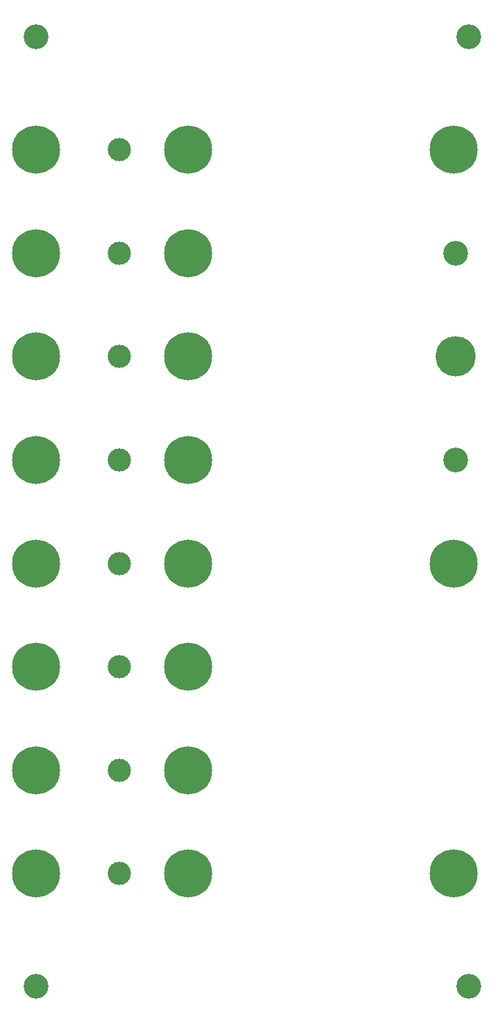
<source format=gbr>
G04 #@! TF.GenerationSoftware,KiCad,Pcbnew,(5.1.9)-1*
G04 #@! TF.CreationDate,2021-04-09T13:23:51+02:00*
G04 #@! TF.ProjectId,Baby8 Front,42616279-3820-4467-926f-6e742e6b6963,rev?*
G04 #@! TF.SameCoordinates,Original*
G04 #@! TF.FileFunction,Soldermask,Bot*
G04 #@! TF.FilePolarity,Negative*
%FSLAX46Y46*%
G04 Gerber Fmt 4.6, Leading zero omitted, Abs format (unit mm)*
G04 Created by KiCad (PCBNEW (5.1.9)-1) date 2021-04-09 13:23:51*
%MOMM*%
%LPD*%
G01*
G04 APERTURE LIST*
%ADD10C,5.200000*%
%ADD11C,3.200000*%
%ADD12C,6.200000*%
%ADD13C,3.000000*%
G04 APERTURE END LIST*
D10*
G04 #@! TO.C,REF\u002A\u002A*
X61700000Y-44255000D03*
G04 #@! TD*
D11*
G04 #@! TO.C,REF\u002A\u002A*
X61700000Y-57595000D03*
G04 #@! TD*
G04 #@! TO.C,REF\u002A\u002A*
X61700000Y-30915000D03*
G04 #@! TD*
D12*
G04 #@! TO.C,REF\u002A\u002A*
X27145000Y-17575000D03*
G04 #@! TD*
G04 #@! TO.C,REF\u002A\u002A*
X61435000Y-110955000D03*
G04 #@! TD*
G04 #@! TO.C,REF\u002A\u002A*
X27145000Y-110955000D03*
G04 #@! TD*
G04 #@! TO.C,REF\u002A\u002A*
X27145000Y-97615000D03*
G04 #@! TD*
G04 #@! TO.C,REF\u002A\u002A*
X27145000Y-84275000D03*
G04 #@! TD*
G04 #@! TO.C,REF\u002A\u002A*
X61435000Y-70935000D03*
G04 #@! TD*
G04 #@! TO.C,REF\u002A\u002A*
X27145000Y-70935000D03*
G04 #@! TD*
G04 #@! TO.C,REF\u002A\u002A*
X27145000Y-57595000D03*
G04 #@! TD*
G04 #@! TO.C,REF\u002A\u002A*
X27145000Y-44255000D03*
G04 #@! TD*
G04 #@! TO.C,REF\u002A\u002A*
X27145000Y-30915000D03*
G04 #@! TD*
G04 #@! TO.C,REF\u002A\u002A*
X61435000Y-17575000D03*
G04 #@! TD*
D13*
G04 #@! TO.C,REF\u002A\u002A*
X18255000Y-110955000D03*
G04 #@! TD*
G04 #@! TO.C,REF\u002A\u002A*
X18255000Y-97615000D03*
G04 #@! TD*
G04 #@! TO.C,REF\u002A\u002A*
X18255000Y-84275000D03*
G04 #@! TD*
G04 #@! TO.C,REF\u002A\u002A*
X18255000Y-70935000D03*
G04 #@! TD*
G04 #@! TO.C,REF\u002A\u002A*
X18255000Y-57595000D03*
G04 #@! TD*
G04 #@! TO.C,REF\u002A\u002A*
X18255000Y-44255000D03*
G04 #@! TD*
G04 #@! TO.C,REF\u002A\u002A*
X18255000Y-30915000D03*
G04 #@! TD*
G04 #@! TO.C,REF\u002A\u002A*
X18255000Y-17575000D03*
G04 #@! TD*
D12*
G04 #@! TO.C,REF\u002A\u002A*
X7445000Y-110955000D03*
G04 #@! TD*
G04 #@! TO.C,REF\u002A\u002A*
X7445000Y-97615000D03*
G04 #@! TD*
G04 #@! TO.C,REF\u002A\u002A*
X7445000Y-84275000D03*
G04 #@! TD*
G04 #@! TO.C,REF\u002A\u002A*
X7445000Y-70935000D03*
G04 #@! TD*
G04 #@! TO.C,REF\u002A\u002A*
X7445000Y-57595000D03*
G04 #@! TD*
G04 #@! TO.C,REF\u002A\u002A*
X7445000Y-44255000D03*
G04 #@! TD*
G04 #@! TO.C,REF\u002A\u002A*
X7445000Y-30915000D03*
G04 #@! TD*
G04 #@! TO.C,REF\u002A\u002A*
X7445000Y-17575000D03*
G04 #@! TD*
D11*
G04 #@! TO.C,REF\u002A\u002A*
X63380000Y-125500000D03*
X63380000Y-3000000D03*
X7500000Y-125500000D03*
X7500000Y-3000000D03*
G04 #@! TD*
M02*

</source>
